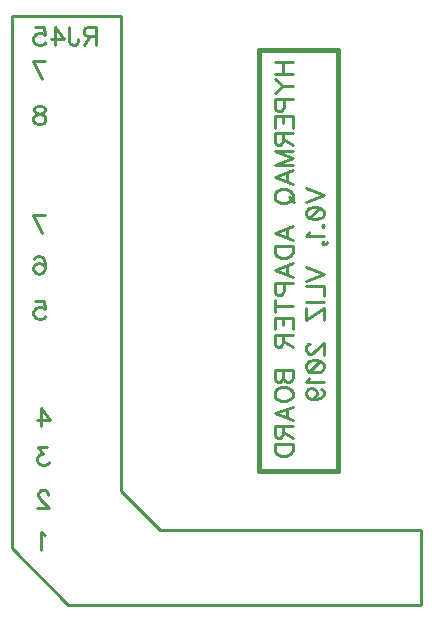
<source format=gbo>
G04 DipTrace 3.3.1.1*
G04 Adapterboard.gbo*
%MOIN*%
G04 #@! TF.FileFunction,Legend,Bot*
G04 #@! TF.Part,Single*
%ADD17C,0.015*%
%ADD21C,0.01*%
%ADD65C,0.009264*%
%FSLAX26Y26*%
G04*
G70*
G90*
G75*
G01*
G04 BotSilk*
%LPD*%
X923676Y2137500D2*
D17*
X1187500D1*
Y734507D1*
X923676D1*
Y2137500D1*
X100000Y2250000D2*
D21*
Y475000D1*
X287500Y287500D1*
X1462552D1*
Y537500D1*
X592500D1*
X462500Y667500D1*
Y2250046D1*
X100000Y2250000D1*
X975883Y2097074D2*
D65*
X1036171D1*
X975883Y2056882D2*
X1036171D1*
X1004601Y2097074D2*
Y2056882D1*
X975883Y2038354D2*
X1004601Y2015407D1*
X1036171D1*
X975883Y1992459D2*
X1004601Y2015407D1*
X1007453Y1973932D2*
Y1948065D1*
X1004601Y1939510D1*
X1001683Y1936591D1*
X995979Y1933740D1*
X987357D1*
X981653Y1936591D1*
X978735Y1939510D1*
X975883Y1948065D1*
Y1973932D1*
X1036171D1*
X975883Y1877939D2*
Y1915212D1*
X1036171D1*
Y1877939D1*
X1004601Y1915212D2*
Y1892265D1*
Y1859412D2*
Y1833612D1*
X1001683Y1824990D1*
X998831Y1822072D1*
X993127Y1819220D1*
X987357D1*
X981653Y1822072D1*
X978735Y1824990D1*
X975883Y1833612D1*
Y1859412D1*
X1036171D1*
X1004601Y1839316D2*
X1036171Y1819220D1*
Y1754797D2*
X975883D1*
X1036171Y1777745D1*
X975883Y1800693D1*
X1036171D1*
Y1690307D2*
X975883Y1713322D1*
X1036171Y1736270D1*
X1016075Y1727648D2*
Y1698929D1*
X975883Y1654536D2*
X978669Y1660240D1*
X984439Y1666010D1*
X990209Y1668862D1*
X998831Y1671780D1*
X1013157D1*
X1021779Y1668862D1*
X1027483Y1666010D1*
X1033253Y1660240D1*
X1036105Y1654536D1*
Y1643062D1*
X1033253Y1637292D1*
X1027483Y1631588D1*
X1021779Y1628736D1*
X1013157Y1625818D1*
X998831D1*
X990209Y1628736D1*
X984439Y1631588D1*
X978669Y1637292D1*
X975883Y1643062D1*
Y1654536D1*
X1024631Y1645914D2*
X1041875Y1628736D1*
X1036171Y1503008D2*
X975883Y1526022D1*
X1036171Y1548970D1*
X1016075Y1540348D2*
Y1511630D1*
X975883Y1484481D2*
X1036171D1*
Y1464385D1*
X1033253Y1455763D1*
X1027549Y1449993D1*
X1021779Y1447141D1*
X1013223Y1444289D1*
X998831D1*
X990209Y1447141D1*
X984505Y1449993D1*
X978735Y1455763D1*
X975883Y1464385D1*
Y1484481D1*
X1036171Y1379799D2*
X975883Y1402814D1*
X1036171Y1425762D1*
X1016075Y1417140D2*
Y1388422D1*
X1007453Y1361272D2*
Y1335406D1*
X1004601Y1326851D1*
X1001683Y1323932D1*
X995979Y1321080D1*
X987357D1*
X981653Y1323932D1*
X978735Y1326851D1*
X975883Y1335406D1*
Y1361272D1*
X1036171D1*
X975883Y1282457D2*
X1036171D1*
X975883Y1302553D2*
Y1262361D1*
Y1206560D2*
Y1243834D1*
X1036171D1*
Y1206560D1*
X1004601Y1243834D2*
Y1220886D1*
Y1188033D2*
Y1162233D1*
X1001683Y1153611D1*
X998831Y1150693D1*
X993127Y1147841D1*
X987357D1*
X981653Y1150693D1*
X978735Y1153611D1*
X975883Y1162233D1*
Y1188033D1*
X1036171D1*
X1004601Y1167937D2*
X1036171Y1147841D1*
X975883Y1070993D2*
X1036171D1*
Y1045127D1*
X1033253Y1036505D1*
X1030401Y1033653D1*
X1024697Y1030801D1*
X1016075D1*
X1010305Y1033653D1*
X1007453Y1036505D1*
X1004601Y1045127D1*
X1001683Y1036505D1*
X998831Y1033653D1*
X993127Y1030801D1*
X987357D1*
X981653Y1033653D1*
X978735Y1036505D1*
X975883Y1045127D1*
Y1070993D1*
X1004601D2*
Y1045127D1*
X975883Y995030D2*
X978735Y1000800D1*
X984505Y1006504D1*
X990209Y1009422D1*
X998831Y1012274D1*
X1013223D1*
X1021779Y1009422D1*
X1027549Y1006504D1*
X1033253Y1000800D1*
X1036171Y995030D1*
Y983556D1*
X1033253Y977852D1*
X1027549Y972082D1*
X1021779Y969230D1*
X1013223Y966378D1*
X998831D1*
X990209Y969230D1*
X984505Y972082D1*
X978735Y977852D1*
X975883Y983556D1*
Y995030D1*
X1036171Y901889D2*
X975883Y924903D1*
X1036171Y947851D1*
X1016075Y939229D2*
Y910511D1*
X1004601Y883362D2*
Y857562D1*
X1001683Y848940D1*
X998831Y846022D1*
X993127Y843170D1*
X987357D1*
X981653Y846022D1*
X978735Y848940D1*
X975883Y857562D1*
Y883362D1*
X1036171D1*
X1004601Y863266D2*
X1036171Y843170D1*
X975883Y824643D2*
X1036171D1*
Y804547D1*
X1033253Y795925D1*
X1027549Y790155D1*
X1021779Y787303D1*
X1013223Y784451D1*
X998831D1*
X990209Y787303D1*
X984505Y790155D1*
X978735Y795925D1*
X975883Y804547D1*
Y824643D1*
X1080180Y1676711D2*
X1140468Y1653763D1*
X1080180Y1630816D1*
X1080246Y1595044D2*
X1083098Y1603666D1*
X1091720Y1609437D1*
X1106046Y1612288D1*
X1114668D1*
X1128994Y1609437D1*
X1137616Y1603666D1*
X1140468Y1595044D1*
Y1589341D1*
X1137616Y1580719D1*
X1128994Y1575015D1*
X1114668Y1572096D1*
X1106046D1*
X1091720Y1575015D1*
X1083098Y1580719D1*
X1080246Y1589341D1*
Y1595044D1*
X1091720Y1575015D2*
X1128994Y1609437D1*
X1134698Y1550717D2*
X1137616Y1553569D1*
X1140468Y1550717D1*
X1137616Y1547799D1*
X1134698Y1550717D1*
X1091720Y1529272D2*
X1088802Y1523502D1*
X1080246Y1514880D1*
X1140468D1*
X1137616Y1490583D2*
X1140468Y1493501D1*
X1137616Y1496353D1*
X1134698Y1493501D1*
X1137616Y1490583D1*
X1143320D1*
X1149090Y1493501D1*
X1151942Y1496353D1*
X1080180Y1413734D2*
X1140468Y1390787D1*
X1080180Y1367839D1*
Y1349312D2*
X1140468D1*
Y1314890D1*
X1080180Y1296363D2*
X1140468D1*
X1080180Y1277836D2*
Y1237644D1*
X1140468Y1277835D1*
Y1237643D1*
X1094572Y1157877D2*
X1091720D1*
X1085950Y1155025D1*
X1083098Y1152173D1*
X1080246Y1146403D1*
Y1134929D1*
X1083098Y1129225D1*
X1085950Y1126373D1*
X1091720Y1123455D1*
X1097424D1*
X1103194Y1126373D1*
X1111750Y1132077D1*
X1140468Y1160795D1*
Y1120603D1*
X1080246Y1084832D2*
X1083098Y1093454D1*
X1091720Y1099224D1*
X1106046Y1102076D1*
X1114668D1*
X1128994Y1099224D1*
X1137616Y1093454D1*
X1140468Y1084832D1*
Y1079128D1*
X1137616Y1070506D1*
X1128994Y1064802D1*
X1114668Y1061884D1*
X1106046D1*
X1091720Y1064802D1*
X1083098Y1070506D1*
X1080246Y1079128D1*
Y1084832D1*
X1091720Y1064802D2*
X1128994Y1099224D1*
X1091720Y1043357D2*
X1088802Y1037587D1*
X1080246Y1028965D1*
X1140468D1*
X1100276Y973098D2*
X1108898Y976016D1*
X1114668Y981720D1*
X1117520Y990342D1*
Y993194D1*
X1114668Y1001816D1*
X1108898Y1007520D1*
X1100276Y1010438D1*
X1097424D1*
X1088802Y1007520D1*
X1083098Y1001816D1*
X1080246Y993194D1*
Y990342D1*
X1083098Y981720D1*
X1088802Y976016D1*
X1100276Y973098D1*
X1114668D1*
X1128994Y976016D1*
X1137616Y981720D1*
X1140468Y990342D1*
Y996046D1*
X1137616Y1004668D1*
X1131846Y1007520D1*
X200631Y2039581D2*
X171913Y2099802D1*
X212105D1*
X197712Y1949802D2*
X206268Y1946950D1*
X209186Y1941247D1*
Y1935477D1*
X206268Y1929773D1*
X200564Y1926854D1*
X189090Y1924003D1*
X180468Y1921151D1*
X174765Y1915381D1*
X171913Y1909677D1*
Y1901055D1*
X174765Y1895351D1*
X177616Y1892433D1*
X186238Y1889581D1*
X197712D1*
X206268Y1892433D1*
X209186Y1895351D1*
X212038Y1901055D1*
Y1909677D1*
X209186Y1915381D1*
X203416Y1921151D1*
X194861Y1924003D1*
X183387Y1926854D1*
X177616Y1929773D1*
X174765Y1935477D1*
Y1941247D1*
X177616Y1946950D1*
X186238Y1949802D1*
X197712D1*
X211340Y519696D2*
X205570Y522614D1*
X196948Y531170D1*
Y470948D1*
X200631Y1527081D2*
X171913Y1587302D1*
X212105D1*
X221722Y654344D2*
Y657196D1*
X218870Y662966D1*
X216018Y665818D1*
X210248Y668670D1*
X198774D1*
X193070Y665818D1*
X190218Y662966D1*
X187300Y657196D1*
Y651492D1*
X190218Y645722D1*
X195922Y637166D1*
X224640Y608448D1*
X184448D1*
X218834Y812302D2*
X187331D1*
X204509Y789354D1*
X195887D1*
X190183Y786503D1*
X187331Y783651D1*
X184413Y775029D1*
Y769325D1*
X187331Y760703D1*
X193035Y754933D1*
X201657Y752081D1*
X210279D1*
X218834Y754933D1*
X221686Y757851D1*
X224605Y763555D1*
X198774Y883448D2*
Y943670D1*
X227492Y903544D1*
X184448D1*
X174765Y1441247D2*
X177616Y1446950D1*
X186238Y1449802D1*
X191942D1*
X200564Y1446950D1*
X206334Y1438328D1*
X209186Y1424003D1*
Y1409677D1*
X206334Y1398203D1*
X200564Y1392433D1*
X191942Y1389581D1*
X189090D1*
X180535Y1392433D1*
X174765Y1398203D1*
X171913Y1406825D1*
Y1409677D1*
X174765Y1418299D1*
X180535Y1424003D1*
X189090Y1426854D1*
X191942D1*
X200564Y1424003D1*
X206334Y1418299D1*
X209186Y1409677D1*
X177683Y1299802D2*
X206334D1*
X209186Y1274003D1*
X206334Y1276854D1*
X197712Y1279773D1*
X189157D1*
X180535Y1276854D1*
X174765Y1271151D1*
X171913Y1262529D1*
Y1256825D1*
X174765Y1248203D1*
X180535Y1242433D1*
X189157Y1239581D1*
X197712D1*
X206334Y1242433D1*
X209186Y1245351D1*
X212105Y1251055D1*
X379640Y2183651D2*
X353840D1*
X345218Y2186569D1*
X342300Y2189421D1*
X339448Y2195125D1*
Y2200895D1*
X342300Y2206599D1*
X345218Y2209517D1*
X353840Y2212369D1*
X379640D1*
Y2152081D1*
X359544Y2183651D2*
X339448Y2152081D1*
X292203Y2212369D2*
Y2166473D1*
X295055Y2157851D1*
X297973Y2154999D1*
X303677Y2152081D1*
X309447D1*
X315151Y2154999D1*
X318003Y2157851D1*
X320921Y2166473D1*
Y2172177D1*
X244958Y2152081D2*
Y2212302D1*
X273676Y2172177D1*
X230632D1*
X177683Y2212302D2*
X206334D1*
X209186Y2186503D1*
X206334Y2189354D1*
X197712Y2192273D1*
X189157D1*
X180535Y2189354D1*
X174765Y2183651D1*
X171913Y2175029D1*
Y2169325D1*
X174765Y2160703D1*
X180535Y2154933D1*
X189157Y2152081D1*
X197712D1*
X206334Y2154933D1*
X209186Y2157851D1*
X212105Y2163555D1*
M02*

</source>
